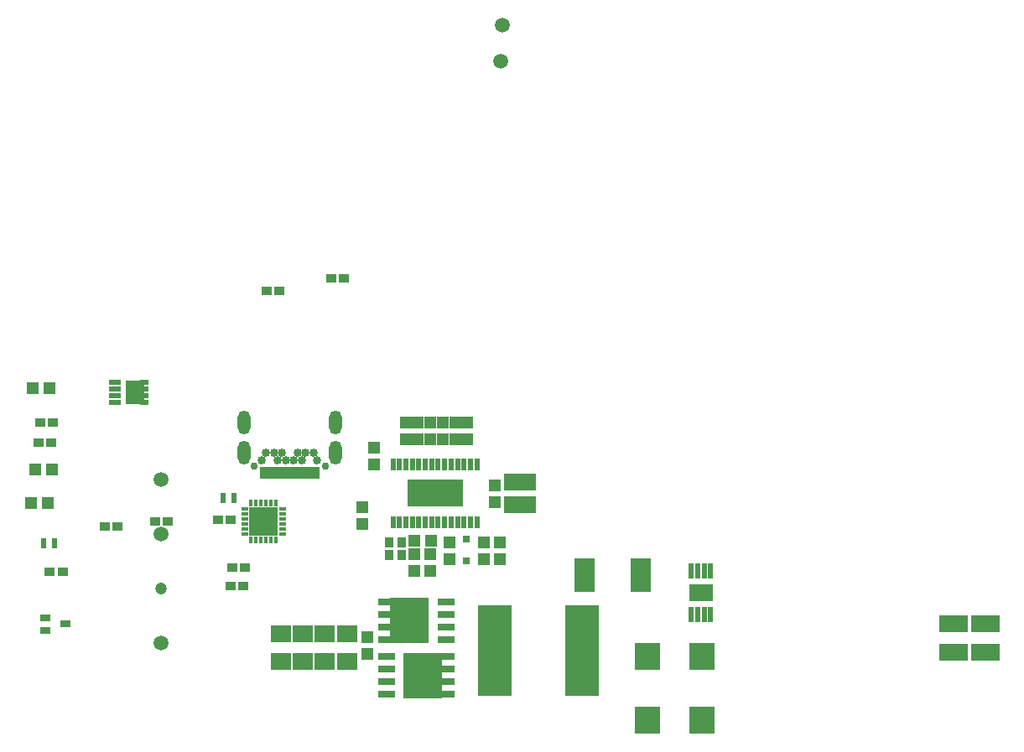
<source format=gbr>
G04 DipTrace 3.3.1.3*
G04 TopMask.gbr*
%MOMM*%
G04 #@! TF.FileFunction,Soldermask,Top*
G04 #@! TF.Part,Single*
%ADD35C,1.5*%
%ADD36C,1.2*%
%ADD49C,0.75*%
%ADD53R,2.404X1.704*%
%ADD55R,0.604X1.604*%
%ADD57O,1.304X2.404*%
%ADD59C,0.854*%
%ADD61R,0.504X1.304*%
%ADD63R,2.904X2.904*%
%ADD65R,0.454X0.804*%
%ADD67R,0.804X0.454*%
%ADD69R,5.704X2.704*%
%ADD71R,0.604X1.254*%
%ADD77R,2.004X3.404*%
%ADD79R,1.929X2.439*%
%ADD81R,1.194X0.609*%
%ADD83R,0.964X0.609*%
%ADD85R,1.754X0.804*%
%ADD87R,1.554X0.804*%
%ADD89R,3.854X4.614*%
%ADD91R,3.204X1.704*%
%ADD93R,3.504X9.224*%
%ADD95R,0.604X1.104*%
%ADD97R,1.054X0.704*%
%ADD99R,0.804X0.804*%
%ADD101R,1.104X0.904*%
%ADD103R,1.304X1.204*%
%ADD105R,0.904X1.104*%
%ADD107R,1.204X1.304*%
%ADD109R,2.004X1.804*%
%ADD111R,2.904X1.804*%
%ADD113R,2.604X2.804*%
%FSLAX35Y35*%
G04*
G71*
G90*
G75*
G01*
G04 TopMask*
%LPD*%
D113*
X5398177Y1873923D3*
Y1233890D3*
X5947053Y1873923D3*
Y1233890D3*
D111*
X8493800Y1924427D3*
Y2204427D3*
X8811300Y1924427D3*
Y2204427D3*
D109*
X1699307Y1826300D3*
Y2106300D3*
X1921550Y1826300D3*
Y2106300D3*
X2143803Y1826300D3*
Y2106300D3*
X2366050Y1826300D3*
Y2106300D3*
D107*
X3858300Y3604300D3*
Y3434300D3*
X3457427Y4239300D3*
Y4069300D3*
X2957427D3*
Y4239300D3*
X3397925Y2858175D3*
Y3028175D3*
X3905925Y2858175D3*
Y3028175D3*
D105*
X2794673Y3032800D3*
Y2902800D3*
D107*
X2524800Y3219173D3*
Y3389173D3*
D103*
X3213050Y3048673D3*
X3043050D3*
D107*
X2635927Y3985300D3*
Y3815300D3*
X2572423Y1905677D3*
Y2075677D3*
X3747175Y2858175D3*
Y3028175D3*
D103*
X-808950Y4588550D3*
X-638950D3*
D101*
X-746950Y4032927D3*
X-616950D3*
X429300Y3239177D3*
X559300D3*
X1064300Y3255050D3*
X1194300D3*
D99*
X3572550Y2843425D3*
Y3063425D3*
D97*
X-681950Y2270800D3*
Y2140787D3*
X-471950Y2205793D3*
D95*
X-697827Y3016927D3*
X-587827D3*
X1111923Y3477300D3*
X1221923D3*
D103*
X-777200Y3763050D3*
X-607200D3*
X-824823Y3429673D3*
X-654823D3*
D93*
X3858300Y1937427D3*
X4738300D3*
D91*
X4112300Y3639423D3*
Y3410423D3*
D89*
X2994550Y2239050D3*
D87*
X2755050Y2048550D3*
Y2175550D3*
Y2302550D3*
Y2429550D3*
D85*
X3364050Y2048550D3*
Y2175550D3*
Y2302550D3*
Y2429550D3*
D89*
X3134553Y1683427D3*
D87*
X3374053Y1873927D3*
Y1746927D3*
Y1619927D3*
Y1492927D3*
D85*
X2765053Y1873927D3*
Y1746927D3*
Y1619927D3*
Y1492927D3*
D83*
X318173Y4445677D3*
Y4511677D3*
Y4577677D3*
Y4643673D3*
D81*
X21173Y4445627D3*
Y4511627D3*
Y4577577D3*
Y4643623D3*
D79*
X225373Y4544877D3*
D107*
X3582427Y4239300D3*
Y4069300D3*
X3082427D3*
Y4239300D3*
D77*
X4768927Y2699427D3*
X5328927D3*
D105*
X2921677Y3032800D3*
Y2902800D3*
D107*
X3332427Y4069300D3*
Y4239300D3*
X3207427D3*
Y4069300D3*
X3048677Y2741423D3*
Y2911423D3*
X3207423Y2741423D3*
Y2911423D3*
D101*
X1556423Y5572800D3*
X1686423D3*
X2205800Y5699800D3*
X2335800D3*
X-731077Y4239300D3*
X-601077D3*
X49800Y3191550D3*
X-80200D3*
X-634327Y2731177D3*
X-504327D3*
X1205677Y2778800D3*
X1335677D3*
X1191300Y2588300D3*
X1321300D3*
D35*
X3937677Y8255677D3*
X3921653Y7890293D3*
X492800Y2012173D3*
D36*
Y2562173D3*
D35*
Y3112173D3*
Y3662173D3*
D71*
X3677550Y3814923D3*
X3612550D3*
X3547550D3*
X3482550D3*
X3417550D3*
X3352550D3*
X3287550D3*
X3222550D3*
X3157550D3*
X3092550D3*
X3027550D3*
X2962550D3*
X2897550D3*
X2832550D3*
Y3234923D3*
X2897550D3*
X2962550D3*
X3027550D3*
X3092550D3*
X3157550D3*
X3222550D3*
X3287550D3*
X3352550D3*
X3417550D3*
X3482550D3*
X3547550D3*
X3612550D3*
X3677550D3*
D69*
X3255050Y3524923D3*
D67*
X1334177Y3366177D3*
Y3316177D3*
Y3266177D3*
Y3216177D3*
Y3166177D3*
Y3116177D3*
D65*
X1399177Y3051177D3*
X1449177D3*
X1499177D3*
X1549177D3*
X1599177D3*
X1649177D3*
D67*
X1714177Y3116177D3*
Y3166177D3*
Y3216177D3*
Y3266177D3*
Y3316177D3*
Y3366177D3*
D65*
X1649177Y3431177D3*
X1599177D3*
X1549177D3*
X1499177D3*
X1449177D3*
X1399177D3*
D63*
X1524177Y3241177D3*
D61*
X2064423Y3731300D3*
X2014423D3*
X1964423D3*
X1914423D3*
X1864423D3*
X1814423D3*
X1764423D3*
X1714423D3*
X1664423D3*
X1614423D3*
X1564423D3*
X1514423D3*
D59*
X2064423Y3862300D3*
X1909423D3*
X1749423D3*
X1829423D3*
X1669423D3*
X1949423Y3932300D3*
X1869423D3*
X2029423D3*
X1509423Y3862300D3*
X1709423Y3932300D3*
X1629423D3*
X1549423D3*
D57*
X2249423Y3937300D3*
Y4237300D3*
X1329423D3*
Y3937300D3*
D49*
X2149423Y3797300D3*
X1429423D3*
D55*
X5842675Y2302550D3*
X5907675D3*
X5972675D3*
X6037675D3*
Y2742550D3*
X5972675D3*
X5907675D3*
X5842675D3*
D53*
X5940175Y2522550D3*
M02*

</source>
